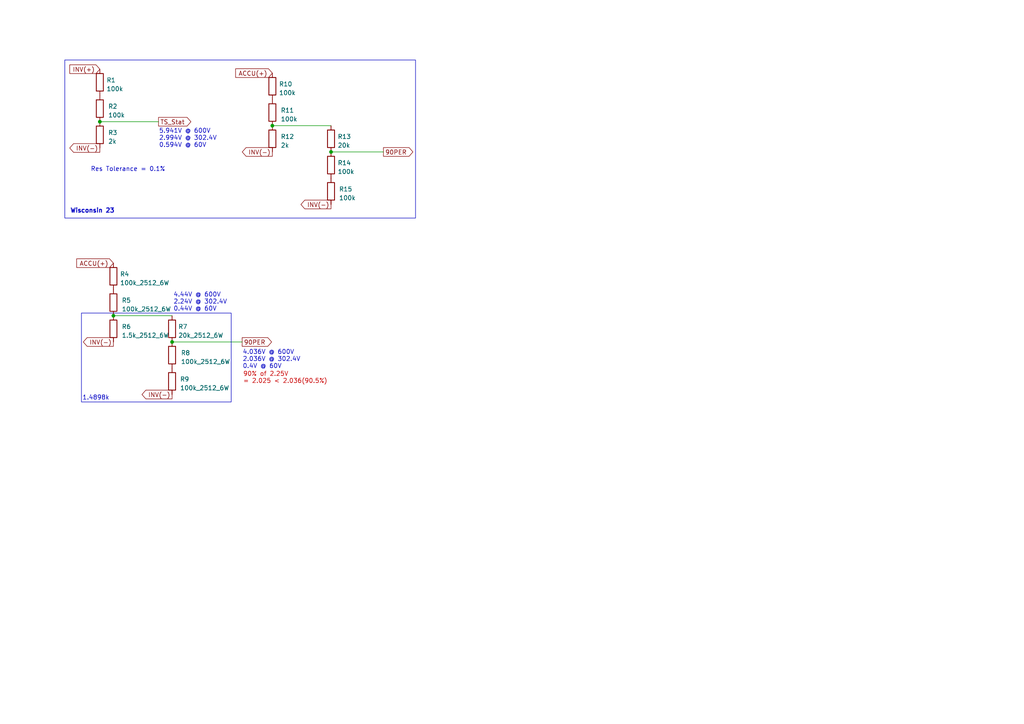
<source format=kicad_sch>
(kicad_sch (version 20230121) (generator eeschema)

  (uuid a271515d-d751-4f33-a101-6b153cbed642)

  (paper "A4")

  (lib_symbols
    (symbol "Device:R" (pin_numbers hide) (pin_names (offset 0)) (in_bom yes) (on_board yes)
      (property "Reference" "R" (at 2.032 0 90)
        (effects (font (size 1.27 1.27)))
      )
      (property "Value" "R" (at 0 0 90)
        (effects (font (size 1.27 1.27)))
      )
      (property "Footprint" "" (at -1.778 0 90)
        (effects (font (size 1.27 1.27)) hide)
      )
      (property "Datasheet" "~" (at 0 0 0)
        (effects (font (size 1.27 1.27)) hide)
      )
      (property "ki_keywords" "R res resistor" (at 0 0 0)
        (effects (font (size 1.27 1.27)) hide)
      )
      (property "ki_description" "Resistor" (at 0 0 0)
        (effects (font (size 1.27 1.27)) hide)
      )
      (property "ki_fp_filters" "R_*" (at 0 0 0)
        (effects (font (size 1.27 1.27)) hide)
      )
      (symbol "R_0_1"
        (rectangle (start -1.016 -2.54) (end 1.016 2.54)
          (stroke (width 0.254) (type default))
          (fill (type none))
        )
      )
      (symbol "R_1_1"
        (pin passive line (at 0 3.81 270) (length 1.27)
          (name "~" (effects (font (size 1.27 1.27))))
          (number "1" (effects (font (size 1.27 1.27))))
        )
        (pin passive line (at 0 -3.81 90) (length 1.27)
          (name "~" (effects (font (size 1.27 1.27))))
          (number "2" (effects (font (size 1.27 1.27))))
        )
      )
    )
  )

  (junction (at 32.893 91.567) (diameter 0) (color 0 0 0 0)
    (uuid 7564f36d-a34d-4303-b338-facc0bafe703)
  )
  (junction (at 96.012 44.069) (diameter 0) (color 0 0 0 0)
    (uuid ab71fca7-1a1a-473f-9d9a-3bfb34fe8307)
  )
  (junction (at 28.956 35.306) (diameter 0) (color 0 0 0 0)
    (uuid af664b7f-f581-4aa8-924c-e12d9d260c0e)
  )
  (junction (at 49.911 99.187) (diameter 0) (color 0 0 0 0)
    (uuid e3dde494-2ee8-43e1-bc5b-fd97d7e6a0eb)
  )
  (junction (at 78.994 36.449) (diameter 0) (color 0 0 0 0)
    (uuid f64b3483-266d-46d4-ad2a-aa312f8115df)
  )

  (wire (pts (xy 45.974 35.306) (xy 28.956 35.306))
    (stroke (width 0) (type default))
    (uuid 0b0fcb8f-e85c-455a-9ebc-0e5daff32399)
  )
  (wire (pts (xy 96.012 36.449) (xy 78.994 36.449))
    (stroke (width 0) (type default))
    (uuid 1549c179-588e-494a-b8fd-7ff4ef9730ad)
  )
  (wire (pts (xy 49.911 91.567) (xy 32.893 91.567))
    (stroke (width 0) (type default))
    (uuid 3d1391a8-d1a6-471c-aa2e-b7ff8c1a3b42)
  )
  (wire (pts (xy 111.2098 44.069) (xy 96.012 44.069))
    (stroke (width 0) (type default))
    (uuid 7ec5bdf8-8f7e-4683-b57d-e551f7fb68ef)
  )
  (wire (pts (xy 70.231 99.187) (xy 49.911 99.187))
    (stroke (width 0) (type default))
    (uuid 8abe299b-76de-41ae-94bc-dd4953e7d2b2)
  )

  (rectangle (start 23.622 90.805) (end 67.056 116.586)
    (stroke (width 0) (type default))
    (fill (type none))
    (uuid 310143ac-ccd2-4ee9-9819-346707ad67bf)
  )
  (rectangle (start 18.796 17.399) (end 120.523 63.246)
    (stroke (width 0) (type default))
    (fill (type none))
    (uuid 52250df9-08dd-4a9f-88a6-2bcd61df6a4b)
  )

  (text "4.036V @ 600V\n2.036V @ 302.4V\n0.4V @ 60V" (at 70.358 107.061 0)
    (effects (font (size 1.27 1.27)) (justify left bottom))
    (uuid 5776a91f-c413-4168-a2d3-c15ec3713e2a)
  )
  (text "5.941V @ 600V\n2.994V @ 302.4V\n0.594V @ 60V" (at 46.101 42.926 0)
    (effects (font (size 1.27 1.27)) (justify left bottom))
    (uuid 8af846e6-e561-42b0-817b-b905628df4a0)
  )
  (text "90% of 2.25V\n= 2.025 < 2.036(90.5%)" (at 70.485 111.379 0)
    (effects (font (size 1.27 1.27) (color 200 0 0 1)) (justify left bottom))
    (uuid a0f5a7f5-f157-45ba-8b38-8f71330181f5)
  )
  (text "Wisconsin 23" (at 20.32 61.976 0)
    (effects (font (size 1.27 1.27) bold) (justify left bottom))
    (uuid ae5acb24-a2c0-48aa-b40c-e54fb8b1bc8c)
  )
  (text "4.44V @ 600V\n2.24V @ 302.4V\n0.44V @ 60V" (at 50.292 90.424 0)
    (effects (font (size 1.27 1.27)) (justify left bottom))
    (uuid cce7791d-186f-4934-9290-3e7cc7d54c57)
  )
  (text "1.4898k" (at 23.876 116.205 0)
    (effects (font (size 1.27 1.27)) (justify left bottom))
    (uuid e39a5f1f-a54d-4834-ac7c-b2a2336eb277)
  )
  (text "Res Tolerance = 0.1%" (at 26.289 49.911 0)
    (effects (font (size 1.27 1.27)) (justify left bottom))
    (uuid ff96f964-e785-4db4-9dca-bf30cd7cbcae)
  )

  (global_label "INV(-)" (shape output) (at 32.893 99.187 180) (fields_autoplaced)
    (effects (font (size 1.27 1.27)) (justify right))
    (uuid 1dea6055-0227-4ad6-846b-8ecbd2f9483c)
    (property "Intersheetrefs" "${INTERSHEET_REFS}" (at 23.6975 99.187 0)
      (effects (font (size 1.27 1.27)) (justify right) hide)
    )
  )
  (global_label "TS_Stat" (shape output) (at 45.974 35.306 0) (fields_autoplaced)
    (effects (font (size 1.27 1.27)) (justify left))
    (uuid 22eb92d3-7444-44ea-a2f2-c645c5856bf3)
    (property "Intersheetrefs" "${INTERSHEET_REFS}" (at 55.8344 35.306 0)
      (effects (font (size 1.27 1.27)) (justify left) hide)
    )
  )
  (global_label "INV(-)" (shape output) (at 78.994 44.069 180) (fields_autoplaced)
    (effects (font (size 1.27 1.27)) (justify right))
    (uuid 3d803b1a-cf09-424b-b080-d7c3514841c1)
    (property "Intersheetrefs" "${INTERSHEET_REFS}" (at 69.7985 44.069 0)
      (effects (font (size 1.27 1.27)) (justify right) hide)
    )
  )
  (global_label "INV(-)" (shape output) (at 49.911 114.427 180) (fields_autoplaced)
    (effects (font (size 1.27 1.27)) (justify right))
    (uuid 413fd189-5089-4195-a0dd-32e1e0b6a8a2)
    (property "Intersheetrefs" "${INTERSHEET_REFS}" (at 40.7155 114.427 0)
      (effects (font (size 1.27 1.27)) (justify right) hide)
    )
  )
  (global_label "INV(+)" (shape input) (at 28.956 20.066 180) (fields_autoplaced)
    (effects (font (size 1.27 1.27)) (justify right))
    (uuid 61b37bd0-a04c-433a-ba92-cf8d2a1d5d21)
    (property "Intersheetrefs" "${INTERSHEET_REFS}" (at 19.7605 20.066 0)
      (effects (font (size 1.27 1.27)) (justify right) hide)
    )
  )
  (global_label "INV(-)" (shape output) (at 96.012 59.309 180) (fields_autoplaced)
    (effects (font (size 1.27 1.27)) (justify right))
    (uuid 8bbbfd97-1968-4094-a870-c5db3d7afb3f)
    (property "Intersheetrefs" "${INTERSHEET_REFS}" (at 86.8165 59.309 0)
      (effects (font (size 1.27 1.27)) (justify right) hide)
    )
  )
  (global_label "ACCU(+)" (shape input) (at 32.893 76.327 180) (fields_autoplaced)
    (effects (font (size 1.27 1.27)) (justify right))
    (uuid a06ff0bf-7e91-4c37-b1e3-84f724d13260)
    (property "Intersheetrefs" "${INTERSHEET_REFS}" (at 21.7623 76.327 0)
      (effects (font (size 1.27 1.27)) (justify right) hide)
    )
  )
  (global_label "INV(-)" (shape output) (at 28.956 42.926 180) (fields_autoplaced)
    (effects (font (size 1.27 1.27)) (justify right))
    (uuid a0f6ca8e-56c5-4029-bcb5-bf09fe19c30e)
    (property "Intersheetrefs" "${INTERSHEET_REFS}" (at 19.7605 42.926 0)
      (effects (font (size 1.27 1.27)) (justify right) hide)
    )
  )
  (global_label "ACCU(+)" (shape input) (at 78.994 21.209 180) (fields_autoplaced)
    (effects (font (size 1.27 1.27)) (justify right))
    (uuid e01efdb5-b1b3-47f3-9f46-3225d1710104)
    (property "Intersheetrefs" "${INTERSHEET_REFS}" (at 67.8633 21.209 0)
      (effects (font (size 1.27 1.27)) (justify right) hide)
    )
  )
  (global_label "90PER" (shape output) (at 70.231 99.187 0) (fields_autoplaced)
    (effects (font (size 1.27 1.27)) (justify left))
    (uuid e6a1b501-f5ad-42d7-9535-8c4024544ba6)
    (property "Intersheetrefs" "${INTERSHEET_REFS}" (at 79.2448 99.187 0)
      (effects (font (size 1.27 1.27)) (justify left) hide)
    )
  )
  (global_label "90PER" (shape output) (at 111.2098 44.069 0) (fields_autoplaced)
    (effects (font (size 1.27 1.27)) (justify left))
    (uuid f067edf1-5590-4c3f-8072-b73d43016554)
    (property "Intersheetrefs" "${INTERSHEET_REFS}" (at 120.2236 44.069 0)
      (effects (font (size 1.27 1.27)) (justify left) hide)
    )
  )

  (symbol (lib_id "Device:R") (at 28.956 39.116 0) (unit 1)
    (in_bom yes) (on_board yes) (dnp no) (fields_autoplaced)
    (uuid 0e818952-e0b4-4012-bc58-d724a86f6aec)
    (property "Reference" "R?" (at 31.369 38.481 0)
      (effects (font (size 1.27 1.27)) (justify left))
    )
    (property "Value" "2k" (at 31.369 41.021 0)
      (effects (font (size 1.27 1.27)) (justify left))
    )
    (property "Footprint" "KORA:R_1206" (at 27.178 39.116 90)
      (effects (font (size 1.27 1.27)) hide)
    )
    (property "Datasheet" "" (at 28.956 39.116 0)
      (effects (font (size 1.27 1.27)) hide)
    )
    (pin "1" (uuid c5f92468-ccf4-4c45-b350-84a55d2fbc3a))
    (pin "2" (uuid 1e3d34d3-002c-48d4-a163-9a32fd041733))
    (instances
      (project "KEF-24 Revision"
        (path "/34a0fe0d-67ef-4fbd-8fcf-9fef14ff812a"
          (reference "R?") (unit 1)
        )
      )
      (project "Battery Box Circuit2"
        (path "/755fa566-54b3-4cf3-a7e0-7ab9c2714066"
          (reference "R?") (unit 1)
        )
      )
      (project "#F-25 AC Circuit Rev01"
        (path "/8248f393-097b-4dde-8f09-7e7409b98981"
          (reference "R?") (unit 1)
        )
      )
      (project ""
        (path "/a271515d-d751-4f33-a101-6b153cbed642"
          (reference "R3") (unit 1)
        )
      )
    )
  )

  (symbol (lib_id "Device:R") (at 78.994 32.639 180) (unit 1)
    (in_bom yes) (on_board yes) (dnp no) (fields_autoplaced)
    (uuid 29b8d2ca-b64c-4cba-b385-60e3f6b37126)
    (property "Reference" "R?" (at 81.407 32.004 0)
      (effects (font (size 1.27 1.27)) (justify right))
    )
    (property "Value" "100k" (at 81.407 34.544 0)
      (effects (font (size 1.27 1.27)) (justify right))
    )
    (property "Footprint" "KORA:R_1206" (at 80.772 32.639 90)
      (effects (font (size 1.27 1.27)) hide)
    )
    (property "Datasheet" "" (at 78.994 32.639 0)
      (effects (font (size 1.27 1.27)) hide)
    )
    (pin "1" (uuid f37c60bd-6598-492a-a647-52d9bd5f5f7e))
    (pin "2" (uuid 26d3b07a-de10-4485-b380-05a71aabb969))
    (instances
      (project "KEF-24 Revision"
        (path "/34a0fe0d-67ef-4fbd-8fcf-9fef14ff812a"
          (reference "R?") (unit 1)
        )
      )
      (project "Battery Box Circuit2"
        (path "/755fa566-54b3-4cf3-a7e0-7ab9c2714066"
          (reference "R?") (unit 1)
        )
      )
      (project "#F-25 AC Circuit Rev01"
        (path "/8248f393-097b-4dde-8f09-7e7409b98981"
          (reference "R?") (unit 1)
        )
      )
      (project ""
        (path "/a271515d-d751-4f33-a101-6b153cbed642"
          (reference "R11") (unit 1)
        )
      )
    )
  )

  (symbol (lib_id "Device:R") (at 96.012 47.879 180) (unit 1)
    (in_bom yes) (on_board yes) (dnp no) (fields_autoplaced)
    (uuid 45a17be0-fcc4-4bac-bb70-82177ef0fd5d)
    (property "Reference" "R?" (at 97.917 47.244 0)
      (effects (font (size 1.27 1.27)) (justify right))
    )
    (property "Value" "100k" (at 97.917 49.784 0)
      (effects (font (size 1.27 1.27)) (justify right))
    )
    (property "Footprint" "KORA:R_1206" (at 97.79 47.879 90)
      (effects (font (size 1.27 1.27)) hide)
    )
    (property "Datasheet" "" (at 96.012 47.879 0)
      (effects (font (size 1.27 1.27)) hide)
    )
    (pin "1" (uuid a2b18ba2-fbbb-48c3-b364-ddf81182abbb))
    (pin "2" (uuid b071e302-8382-4d37-b859-8bff1e96ecff))
    (instances
      (project "KEF-24 Revision"
        (path "/34a0fe0d-67ef-4fbd-8fcf-9fef14ff812a"
          (reference "R?") (unit 1)
        )
      )
      (project "Battery Box Circuit2"
        (path "/755fa566-54b3-4cf3-a7e0-7ab9c2714066"
          (reference "R?") (unit 1)
        )
      )
      (project "#F-25 AC Circuit Rev01"
        (path "/8248f393-097b-4dde-8f09-7e7409b98981"
          (reference "R?") (unit 1)
        )
      )
      (project ""
        (path "/a271515d-d751-4f33-a101-6b153cbed642"
          (reference "R14") (unit 1)
        )
      )
    )
  )

  (symbol (lib_id "Device:R") (at 96.012 40.259 180) (unit 1)
    (in_bom yes) (on_board yes) (dnp no) (fields_autoplaced)
    (uuid 6495adbb-d66e-435c-b36b-1eb02d65297d)
    (property "Reference" "R?" (at 97.917 39.624 0)
      (effects (font (size 1.27 1.27)) (justify right))
    )
    (property "Value" "20k" (at 97.917 42.164 0)
      (effects (font (size 1.27 1.27)) (justify right))
    )
    (property "Footprint" "KORA:R_1206" (at 97.79 40.259 90)
      (effects (font (size 1.27 1.27)) hide)
    )
    (property "Datasheet" "" (at 96.012 40.259 0)
      (effects (font (size 1.27 1.27)) hide)
    )
    (pin "1" (uuid b7b26087-6580-4fd1-8c90-c70ba4130e88))
    (pin "2" (uuid 8c9923d9-56ef-4cbb-b46b-29181b324e75))
    (instances
      (project "KEF-24 Revision"
        (path "/34a0fe0d-67ef-4fbd-8fcf-9fef14ff812a"
          (reference "R?") (unit 1)
        )
      )
      (project "Battery Box Circuit2"
        (path "/755fa566-54b3-4cf3-a7e0-7ab9c2714066"
          (reference "R?") (unit 1)
        )
      )
      (project "#F-25 AC Circuit Rev01"
        (path "/8248f393-097b-4dde-8f09-7e7409b98981"
          (reference "R?") (unit 1)
        )
      )
      (project ""
        (path "/a271515d-d751-4f33-a101-6b153cbed642"
          (reference "R13") (unit 1)
        )
      )
    )
  )

  (symbol (lib_id "Device:R") (at 32.893 87.757 180) (unit 1)
    (in_bom yes) (on_board yes) (dnp no) (fields_autoplaced)
    (uuid 67bce98d-22c9-43d1-9ae2-f8ff6ace0d15)
    (property "Reference" "R?" (at 35.306 87.122 0)
      (effects (font (size 1.27 1.27)) (justify right))
    )
    (property "Value" "100k_2512_6W" (at 35.306 89.662 0)
      (effects (font (size 1.27 1.27)) (justify right))
    )
    (property "Footprint" "KORA:R_1206" (at 34.671 87.757 90)
      (effects (font (size 1.27 1.27)) hide)
    )
    (property "Datasheet" "https://www.digikey.kr/en/products/detail/te-connectivity-passive-product/3560100KFT/9927431" (at 32.893 87.757 0)
      (effects (font (size 1.27 1.27)) hide)
    )
    (pin "1" (uuid b89916fb-5ad8-409d-abad-850584c0099b))
    (pin "2" (uuid eb14e40d-3db2-4c22-ac32-252e2a23ae7d))
    (instances
      (project "KEF-24 Revision"
        (path "/34a0fe0d-67ef-4fbd-8fcf-9fef14ff812a"
          (reference "R?") (unit 1)
        )
      )
      (project "Battery Box Circuit2"
        (path "/755fa566-54b3-4cf3-a7e0-7ab9c2714066"
          (reference "R?") (unit 1)
        )
      )
      (project "#F-25 AC Circuit Rev01"
        (path "/8248f393-097b-4dde-8f09-7e7409b98981"
          (reference "R?") (unit 1)
        )
      )
      (project ""
        (path "/a271515d-d751-4f33-a101-6b153cbed642"
          (reference "R5") (unit 1)
        )
      )
    )
  )

  (symbol (lib_id "Device:R") (at 49.911 110.617 180) (unit 1)
    (in_bom yes) (on_board yes) (dnp no) (fields_autoplaced)
    (uuid 69df2eae-f878-40b8-bb18-e14488eb1e2c)
    (property "Reference" "R?" (at 52.197 109.982 0)
      (effects (font (size 1.27 1.27)) (justify right))
    )
    (property "Value" "100k_2512_6W" (at 52.197 112.522 0)
      (effects (font (size 1.27 1.27)) (justify right))
    )
    (property "Footprint" "KORA:R_1206" (at 51.689 110.617 90)
      (effects (font (size 1.27 1.27)) hide)
    )
    (property "Datasheet" "https://www.digikey.kr/en/products/detail/te-connectivity-passive-product/3560100KFT/9927431" (at 49.911 110.617 0)
      (effects (font (size 1.27 1.27)) hide)
    )
    (pin "1" (uuid 427043ff-1aa1-4c41-a86e-b91913145622))
    (pin "2" (uuid 718bb2e8-e447-4b6d-b760-0cd9ba00cc09))
    (instances
      (project "KEF-24 Revision"
        (path "/34a0fe0d-67ef-4fbd-8fcf-9fef14ff812a"
          (reference "R?") (unit 1)
        )
      )
      (project "Battery Box Circuit2"
        (path "/755fa566-54b3-4cf3-a7e0-7ab9c2714066"
          (reference "R?") (unit 1)
        )
      )
      (project "#F-25 AC Circuit Rev01"
        (path "/8248f393-097b-4dde-8f09-7e7409b98981"
          (reference "R?") (unit 1)
        )
      )
      (project ""
        (path "/a271515d-d751-4f33-a101-6b153cbed642"
          (reference "R9") (unit 1)
        )
      )
    )
  )

  (symbol (lib_id "Device:R") (at 96.012 55.499 180) (unit 1)
    (in_bom yes) (on_board yes) (dnp no) (fields_autoplaced)
    (uuid 87110370-55f3-41d7-850b-9d297d24d56c)
    (property "Reference" "R?" (at 98.298 54.864 0)
      (effects (font (size 1.27 1.27)) (justify right))
    )
    (property "Value" "100k" (at 98.298 57.404 0)
      (effects (font (size 1.27 1.27)) (justify right))
    )
    (property "Footprint" "KORA:R_1206" (at 97.79 55.499 90)
      (effects (font (size 1.27 1.27)) hide)
    )
    (property "Datasheet" "" (at 96.012 55.499 0)
      (effects (font (size 1.27 1.27)) hide)
    )
    (pin "1" (uuid bc61d47f-4e41-443f-ab87-51b9e4862d02))
    (pin "2" (uuid d388f2c8-0455-411a-987d-825f4db3828a))
    (instances
      (project "KEF-24 Revision"
        (path "/34a0fe0d-67ef-4fbd-8fcf-9fef14ff812a"
          (reference "R?") (unit 1)
        )
      )
      (project "Battery Box Circuit2"
        (path "/755fa566-54b3-4cf3-a7e0-7ab9c2714066"
          (reference "R?") (unit 1)
        )
      )
      (project "#F-25 AC Circuit Rev01"
        (path "/8248f393-097b-4dde-8f09-7e7409b98981"
          (reference "R?") (unit 1)
        )
      )
      (project ""
        (path "/a271515d-d751-4f33-a101-6b153cbed642"
          (reference "R15") (unit 1)
        )
      )
    )
  )

  (symbol (lib_id "Device:R") (at 78.994 25.019 180) (unit 1)
    (in_bom yes) (on_board yes) (dnp no) (fields_autoplaced)
    (uuid 9483c0c3-a97e-4bdf-9be1-2226176e860d)
    (property "Reference" "R?" (at 80.899 24.384 0)
      (effects (font (size 1.27 1.27)) (justify right))
    )
    (property "Value" "100k" (at 80.899 26.924 0)
      (effects (font (size 1.27 1.27)) (justify right))
    )
    (property "Footprint" "KORA:R_1206" (at 80.772 25.019 90)
      (effects (font (size 1.27 1.27)) hide)
    )
    (property "Datasheet" "" (at 78.994 25.019 0)
      (effects (font (size 1.27 1.27)) hide)
    )
    (pin "1" (uuid 41febee1-1600-465c-becb-6613bf2f543e))
    (pin "2" (uuid b7d45241-1400-4f91-ab38-a815ee43b4e3))
    (instances
      (project "KEF-24 Revision"
        (path "/34a0fe0d-67ef-4fbd-8fcf-9fef14ff812a"
          (reference "R?") (unit 1)
        )
      )
      (project "Battery Box Circuit2"
        (path "/755fa566-54b3-4cf3-a7e0-7ab9c2714066"
          (reference "R?") (unit 1)
        )
      )
      (project "#F-25 AC Circuit Rev01"
        (path "/8248f393-097b-4dde-8f09-7e7409b98981"
          (reference "R?") (unit 1)
        )
      )
      (project ""
        (path "/a271515d-d751-4f33-a101-6b153cbed642"
          (reference "R10") (unit 1)
        )
      )
    )
  )

  (symbol (lib_id "Device:R") (at 32.893 80.137 180) (unit 1)
    (in_bom yes) (on_board yes) (dnp no) (fields_autoplaced)
    (uuid bb3083a1-f2ee-4c63-af36-39875e7abbc3)
    (property "Reference" "R?" (at 34.798 79.502 0)
      (effects (font (size 1.27 1.27)) (justify right))
    )
    (property "Value" "100k_2512_6W" (at 34.798 82.042 0)
      (effects (font (size 1.27 1.27)) (justify right))
    )
    (property "Footprint" "KORA:R_1206" (at 34.671 80.137 90)
      (effects (font (size 1.27 1.27)) hide)
    )
    (property "Datasheet" "https://www.digikey.kr/en/products/detail/te-connectivity-passive-product/3560100KFT/9927431" (at 32.893 80.137 0)
      (effects (font (size 1.27 1.27)) hide)
    )
    (pin "1" (uuid e52e3003-c41c-46d3-aaec-7cb029149d35))
    (pin "2" (uuid abf13ba7-0bfe-41a0-a21a-74c842f373ef))
    (instances
      (project "KEF-24 Revision"
        (path "/34a0fe0d-67ef-4fbd-8fcf-9fef14ff812a"
          (reference "R?") (unit 1)
        )
      )
      (project "Battery Box Circuit2"
        (path "/755fa566-54b3-4cf3-a7e0-7ab9c2714066"
          (reference "R?") (unit 1)
        )
      )
      (project "#F-25 AC Circuit Rev01"
        (path "/8248f393-097b-4dde-8f09-7e7409b98981"
          (reference "R?") (unit 1)
        )
      )
      (project ""
        (path "/a271515d-d751-4f33-a101-6b153cbed642"
          (reference "R4") (unit 1)
        )
      )
    )
  )

  (symbol (lib_id "Device:R") (at 28.956 23.876 180) (unit 1)
    (in_bom yes) (on_board yes) (dnp no) (fields_autoplaced)
    (uuid bc101d81-7696-42e6-b1c0-bbc98d52c22e)
    (property "Reference" "R?" (at 30.861 23.241 0)
      (effects (font (size 1.27 1.27)) (justify right))
    )
    (property "Value" "100k" (at 30.861 25.781 0)
      (effects (font (size 1.27 1.27)) (justify right))
    )
    (property "Footprint" "KORA:R_1206" (at 30.734 23.876 90)
      (effects (font (size 1.27 1.27)) hide)
    )
    (property "Datasheet" "" (at 28.956 23.876 0)
      (effects (font (size 1.27 1.27)) hide)
    )
    (pin "1" (uuid aa9ec96f-75a3-4bac-a428-ac98473a8347))
    (pin "2" (uuid 7fe63cb2-594b-4237-9a9c-40c49ac4843d))
    (instances
      (project "KEF-24 Revision"
        (path "/34a0fe0d-67ef-4fbd-8fcf-9fef14ff812a"
          (reference "R?") (unit 1)
        )
      )
      (project "Battery Box Circuit2"
        (path "/755fa566-54b3-4cf3-a7e0-7ab9c2714066"
          (reference "R?") (unit 1)
        )
      )
      (project "#F-25 AC Circuit Rev01"
        (path "/8248f393-097b-4dde-8f09-7e7409b98981"
          (reference "R?") (unit 1)
        )
      )
      (project ""
        (path "/a271515d-d751-4f33-a101-6b153cbed642"
          (reference "R1") (unit 1)
        )
      )
    )
  )

  (symbol (lib_id "Device:R") (at 78.994 40.259 0) (unit 1)
    (in_bom yes) (on_board yes) (dnp no) (fields_autoplaced)
    (uuid bdc390e5-a735-454d-8f47-c34a46049f2e)
    (property "Reference" "R?" (at 81.407 39.624 0)
      (effects (font (size 1.27 1.27)) (justify left))
    )
    (property "Value" "2k" (at 81.407 42.164 0)
      (effects (font (size 1.27 1.27)) (justify left))
    )
    (property "Footprint" "KORA:R_1206" (at 77.216 40.259 90)
      (effects (font (size 1.27 1.27)) hide)
    )
    (property "Datasheet" "" (at 78.994 40.259 0)
      (effects (font (size 1.27 1.27)) hide)
    )
    (pin "1" (uuid 3eeeab69-d1b7-43e6-bdec-ed4f215f0bfe))
    (pin "2" (uuid 7c1f8d2c-7a88-4774-af7b-42629fdffe6c))
    (instances
      (project "KEF-24 Revision"
        (path "/34a0fe0d-67ef-4fbd-8fcf-9fef14ff812a"
          (reference "R?") (unit 1)
        )
      )
      (project "Battery Box Circuit2"
        (path "/755fa566-54b3-4cf3-a7e0-7ab9c2714066"
          (reference "R?") (unit 1)
        )
      )
      (project "#F-25 AC Circuit Rev01"
        (path "/8248f393-097b-4dde-8f09-7e7409b98981"
          (reference "R?") (unit 1)
        )
      )
      (project ""
        (path "/a271515d-d751-4f33-a101-6b153cbed642"
          (reference "R12") (unit 1)
        )
      )
    )
  )

  (symbol (lib_id "Device:R") (at 49.911 102.997 180) (unit 1)
    (in_bom yes) (on_board yes) (dnp no) (fields_autoplaced)
    (uuid c670e322-4615-415b-9e6e-8e2ecc993b8d)
    (property "Reference" "R?" (at 52.451 102.362 0)
      (effects (font (size 1.27 1.27)) (justify right))
    )
    (property "Value" "100k_2512_6W" (at 52.451 104.902 0)
      (effects (font (size 1.27 1.27)) (justify right))
    )
    (property "Footprint" "KORA:R_1206" (at 51.689 102.997 90)
      (effects (font (size 1.27 1.27)) hide)
    )
    (property "Datasheet" "https://www.digikey.kr/en/products/detail/te-connectivity-passive-product/3560100KFT/9927431" (at 49.911 102.997 0)
      (effects (font (size 1.27 1.27)) hide)
    )
    (pin "1" (uuid 7f76f056-e3c6-4e2f-831b-ae69f64bf6d8))
    (pin "2" (uuid ce71a460-1bc7-46fc-8183-1dd254a9b17f))
    (instances
      (project "KEF-24 Revision"
        (path "/34a0fe0d-67ef-4fbd-8fcf-9fef14ff812a"
          (reference "R?") (unit 1)
        )
      )
      (project "Battery Box Circuit2"
        (path "/755fa566-54b3-4cf3-a7e0-7ab9c2714066"
          (reference "R?") (unit 1)
        )
      )
      (project "#F-25 AC Circuit Rev01"
        (path "/8248f393-097b-4dde-8f09-7e7409b98981"
          (reference "R?") (unit 1)
        )
      )
      (project ""
        (path "/a271515d-d751-4f33-a101-6b153cbed642"
          (reference "R8") (unit 1)
        )
      )
    )
  )

  (symbol (lib_id "Device:R") (at 32.893 95.377 0) (unit 1)
    (in_bom yes) (on_board yes) (dnp no) (fields_autoplaced)
    (uuid d4617256-d670-41eb-a0f8-2f2ef49860d2)
    (property "Reference" "R?" (at 35.306 94.742 0)
      (effects (font (size 1.27 1.27)) (justify left))
    )
    (property "Value" "1.5k_2512_6W" (at 35.306 97.282 0)
      (effects (font (size 1.27 1.27)) (justify left))
    )
    (property "Footprint" "KORA:R_1206" (at 31.115 95.377 90)
      (effects (font (size 1.27 1.27)) hide)
    )
    (property "Datasheet" "https://www.digikey.kr/en/products/detail/te-connectivity-passive-product/3504G3A1K5FTDF/16814708" (at 32.893 95.377 0)
      (effects (font (size 1.27 1.27)) hide)
    )
    (pin "1" (uuid 41d1b565-ae4f-4819-b3e8-04089005be26))
    (pin "2" (uuid cba8fd8f-e3b9-4aea-81e8-a27290f8ff01))
    (instances
      (project "KEF-24 Revision"
        (path "/34a0fe0d-67ef-4fbd-8fcf-9fef14ff812a"
          (reference "R?") (unit 1)
        )
      )
      (project "Battery Box Circuit2"
        (path "/755fa566-54b3-4cf3-a7e0-7ab9c2714066"
          (reference "R?") (unit 1)
        )
      )
      (project "#F-25 AC Circuit Rev01"
        (path "/8248f393-097b-4dde-8f09-7e7409b98981"
          (reference "R?") (unit 1)
        )
      )
      (project ""
        (path "/a271515d-d751-4f33-a101-6b153cbed642"
          (reference "R6") (unit 1)
        )
      )
    )
  )

  (symbol (lib_id "Device:R") (at 49.911 95.377 180) (unit 1)
    (in_bom yes) (on_board yes) (dnp no) (fields_autoplaced)
    (uuid e39f0625-833b-4df9-8e1a-478ab1eb0ed4)
    (property "Reference" "R?" (at 51.689 94.742 0)
      (effects (font (size 1.27 1.27)) (justify right))
    )
    (property "Value" "20k_2512_6W" (at 51.689 97.282 0)
      (effects (font (size 1.27 1.27)) (justify right))
    )
    (property "Footprint" "KORA:R_1206" (at 51.689 95.377 90)
      (effects (font (size 1.27 1.27)) hide)
    )
    (property "Datasheet" "https://www.digikey.kr/en/products/detail/te-connectivity-passive-product/3504G3A2K0FTDF/16814725" (at 49.911 95.377 0)
      (effects (font (size 1.27 1.27)) hide)
    )
    (pin "1" (uuid 071ea737-9152-46fb-b6bc-b3eafa3c2cd9))
    (pin "2" (uuid 012c42aa-2954-4be7-9fb3-2b9e9ffc745c))
    (instances
      (project "KEF-24 Revision"
        (path "/34a0fe0d-67ef-4fbd-8fcf-9fef14ff812a"
          (reference "R?") (unit 1)
        )
      )
      (project "Battery Box Circuit2"
        (path "/755fa566-54b3-4cf3-a7e0-7ab9c2714066"
          (reference "R?") (unit 1)
        )
      )
      (project "#F-25 AC Circuit Rev01"
        (path "/8248f393-097b-4dde-8f09-7e7409b98981"
          (reference "R?") (unit 1)
        )
      )
      (project ""
        (path "/a271515d-d751-4f33-a101-6b153cbed642"
          (reference "R7") (unit 1)
        )
      )
    )
  )

  (symbol (lib_id "Device:R") (at 28.956 31.496 180) (unit 1)
    (in_bom yes) (on_board yes) (dnp no) (fields_autoplaced)
    (uuid ed4dcf5e-d1c1-43ae-a460-6507904e556a)
    (property "Reference" "R?" (at 31.369 30.861 0)
      (effects (font (size 1.27 1.27)) (justify right))
    )
    (property "Value" "100k" (at 31.369 33.401 0)
      (effects (font (size 1.27 1.27)) (justify right))
    )
    (property "Footprint" "KORA:R_1206" (at 30.734 31.496 90)
      (effects (font (size 1.27 1.27)) hide)
    )
    (property "Datasheet" "" (at 28.956 31.496 0)
      (effects (font (size 1.27 1.27)) hide)
    )
    (pin "1" (uuid d394b89e-b48a-4127-a93c-a0093b15f58a))
    (pin "2" (uuid f44c3af2-a09f-4e4a-a58e-5d2300e93b78))
    (instances
      (project "KEF-24 Revision"
        (path "/34a0fe0d-67ef-4fbd-8fcf-9fef14ff812a"
          (reference "R?") (unit 1)
        )
      )
      (project "Battery Box Circuit2"
        (path "/755fa566-54b3-4cf3-a7e0-7ab9c2714066"
          (reference "R?") (unit 1)
        )
      )
      (project "#F-25 AC Circuit Rev01"
        (path "/8248f393-097b-4dde-8f09-7e7409b98981"
          (reference "R?") (unit 1)
        )
      )
      (project ""
        (path "/a271515d-d751-4f33-a101-6b153cbed642"
          (reference "R2") (unit 1)
        )
      )
    )
  )

  (sheet_instances
    (path "/" (page "1"))
  )
)

</source>
